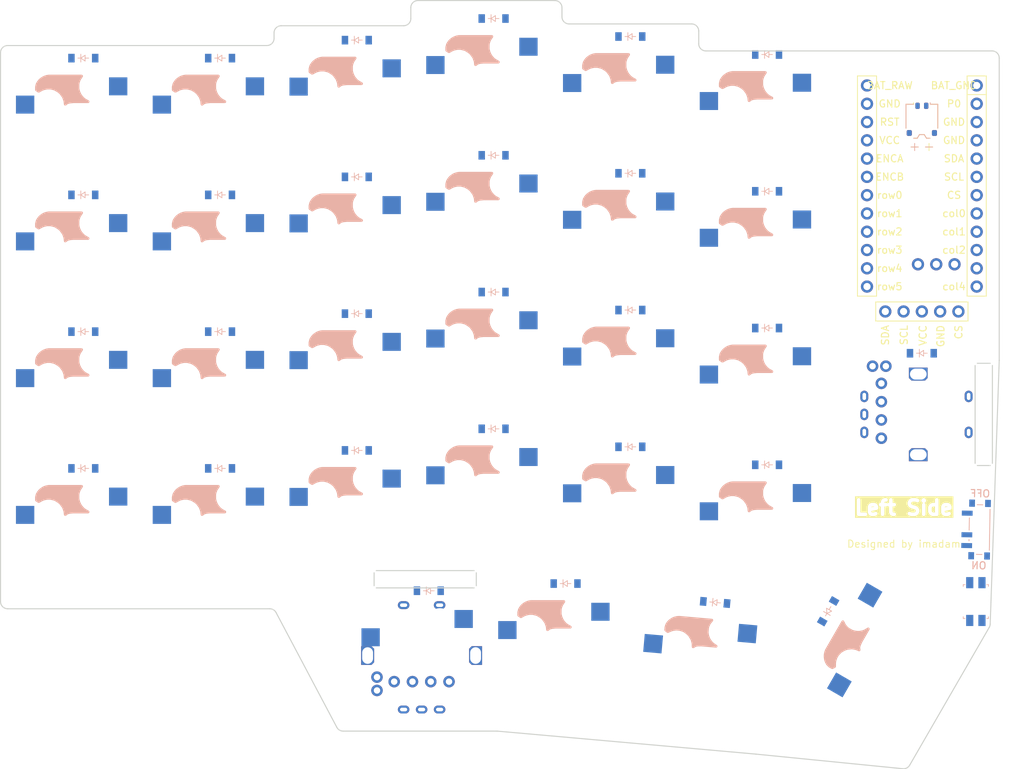
<source format=kicad_pcb>
(kicad_pcb (version 20240108) (generator "ergogen") (generator_version "4.1.0")
  (title_block (title "left") (date "2025-03-31") (rev "v1.0.0") (company "Unknown"))
  (layers (0 "F.Cu" signal) (31 "B.Cu" signal) (34 "B.Paste" user) (35 "F.Paste" user) (36 "B.SilkS" user "B.Silkscreen") (37 "F.SilkS" user "F.Silkscreen") (38 "B.Mask" user) (39 "F.Mask" user) (44 "Edge.Cuts" user))
  (net 0 "")
  (net 1 "col0")
  (net 2 "outer_bottom")
  (net 3 "GND")
  (net 4 "D1")
  (net 5 "D2")
  (net 6 "outer_home")
  (net 7 "outer_top")
  (net 8 "outer_num")
  (net 9 "col1")
  (net 10 "pinky_bottom")
  (net 11 "pinky_home")
  (net 12 "pinky_top")
  (net 13 "pinky_num")
  (net 14 "col2")
  (net 15 "ring_bottom")
  (net 16 "ring_home")
  (net 17 "ring_top")
  (net 18 "ring_num")
  (net 19 "col3")
  (net 20 "middle_bottom")
  (net 21 "middle_home")
  (net 22 "middle_top")
  (net 23 "middle_num")
  (net 24 "col4")
  (net 25 "index_bottom")
  (net 26 "index_home")
  (net 27 "index_top")
  (net 28 "index_num")
  (net 29 "col5")
  (net 30 "inner_bottom")
  (net 31 "inner_home")
  (net 32 "inner_top")
  (net 33 "inner_num")
  (net 34 "home_cluster")
  (net 35 "layer_cluster")
  (net 36 "space_cluster")
  (net 37 "inner_cluster")
  (net 38 "row3")
  (net 39 "row2")
  (net 40 "row1")
  (net 41 "row0")
  (net 42 "row4")
  (net 43 "scrollwheel_enc")
  (net 44 "ENCA")
  (net 45 "undef")
  (net 46 "ENCB")
  (net 47 "ENCC")
  (net 48 "ENCD")
  (net 49 "UNDEF")
  (net 50 "BAT_RAW")
  (net 51 "RST")
  (net 52 "VCC")
  (net 53 "row5")
  (net 54 "BAT_GND")
  (net 55 "P0")
  (net 56 "SDA")
  (net 57 "SCL")
  (net 58 "CS")
  (net 59 "P107")
  (net 60 "MCU1_24")
  (net 61 "MCU1_1")
  (net 62 "MCU1_23")
  (net 63 "MCU1_2")
  (net 64 "MCU1_22")
  (net 65 "MCU1_3")
  (net 66 "MCU1_21")
  (net 67 "MCU1_4")
  (net 68 "MCU1_20")
  (net 69 "MCU1_5")
  (net 70 "MCU1_19")
  (net 71 "MCU1_6")
  (net 72 "MCU1_18")
  (net 73 "MCU1_7")
  (net 74 "MCU1_17")
  (net 75 "MCU1_8")
  (net 76 "MCU1_16")
  (net 77 "MCU1_9")
  (net 78 "MCU1_15")
  (net 79 "MCU1_10")
  (net 80 "MCU1_14")
  (net 81 "MCU1_11")
  (net 82 "MCU1_13")
  (net 83 "MCU1_12")
  (net 84 "DISP1_1")
  (net 85 "DISP1_2")
  (net 86 "DISP1_4")
  (net 87 "DISP1_5")
  (net 88 "ON_P")
  (footprint "ceoloide:switch_mx" (layer "B.Cu") (at 50 131 0)
    (property "Reference" "S1" hide)
    (pad "" np_thru_hole circle (at 0 0 0) (size 4.1 4.1) (drill 4.1) (layers "*.Cu" "*.Mask"))
    (pad "" np_thru_hole circle (at 5.08 0 0) (size 1.9 1.9) (drill 1.9) (layers "*.Cu" "*.Mask"))
    (pad "" np_thru_hole circle (at -5.08 0 0) (size 1.9 1.9) (drill 1.9) (layers "*.Cu" "*.Mask"))
    (pad "" np_thru_hole circle (at 2.54 -5.08 180) (size 3 3) (drill 3) (layers "F&B.Cu" "*.Mask"))
    (pad "" np_thru_hole circle (at -3.81 -2.54 180) (size 3 3) (drill 3) (layers "F&B.Cu" "*.Mask"))
    (pad "1" smd rect (at -7.085 -2.54 0) (size 2.55 2.5) (layers "B.Cu" "B.Paste" "B.Mask") (net 1 "col0"))
    (pad "2" smd rect (at 5.842 -5.08 0) (size 2.55 2.5) (layers "B.Cu" "B.Paste" "B.Mask") (net 2 "outer_bottom"))
  )
  (footprint "ceoloide:switch_mx" (layer "B.Cu") (at 50 112 0)
    (property "Reference" "S2" hide)
    (pad "" np_thru_hole circle (at 0 0 0) (size 4.1 4.1) (drill 4.1) (layers "*.Cu" "*.Mask"))
    (pad "" np_thru_hole circle (at 5.08 0 0) (size 1.9 1.9) (drill 1.9) (layers "*.Cu" "*.Mask"))
    (pad "" np_thru_hole circle (at -5.08 0 0) (size 1.9 1.9) (drill 1.9) (layers "*.Cu" "*.Mask"))
    (pad "" np_thru_hole circle (at 2.54 -5.08 180) (size 3 3) (drill 3) (layers "F&B.Cu" "*.Mask"))
    (pad "" np_thru_hole circle (at -3.81 -2.54 180) (size 3 3) (drill 3) (layers "F&B.Cu" "*.Mask"))
    (pad "1" smd rect (at -7.085 -2.54 0) (size 2.55 2.5) (layers "B.Cu" "B.Paste" "B.Mask") (net 1 "col0"))
    (pad "2" smd rect (at 5.842 -5.08 0) (size 2.55 2.5) (layers "B.Cu" "B.Paste" "B.Mask") (net 6 "outer_home"))
  )
  (footprint "ceoloide:switch_mx" (layer "B.Cu") (at 50 93 0)
    (property "Reference" "S3" hide)
    (pad "" np_thru_hole circle (at 0 0 0) (size 4.1 4.1) (drill 4.1) (layers "*.Cu" "*.Mask"))
    (pad "" np_thru_hole circle (at 5.08 0 0) (size 1.9 1.9) (drill 1.9) (layers "*.Cu" "*.Mask"))
    (pad "" np_thru_hole circle (at -5.08 0 0) (size 1.9 1.9) (drill 1.9) (layers "*.Cu" "*.Mask"))
    (pad "" np_thru_hole circle (at 2.54 -5.08 180) (size 3 3) (drill 3) (layers "F&B.Cu" "*.Mask"))
    (pad "" np_thru_hole circle (at -3.81 -2.54 180) (size 3 3) (drill 3) (layers "F&B.Cu" "*.Mask"))
    (pad "1" smd rect (at -7.085 -2.54 0) (size 2.55 2.5) (layers "B.Cu" "B.Paste" "B.Mask") (net 1 "col0"))
    (pad "2" smd rect (at 5.842 -5.08 0) (size 2.55 2.5) (layers "B.Cu" "B.Paste" "B.Mask") (net 7 "outer_top"))
  )
  (footprint "ceoloide:switch_mx" (layer "B.Cu") (at 50 74 0)
    (property "Reference" "S4" hide)
    (pad "" np_thru_hole circle (at 0 0 0) (size 4.1 4.1) (drill 4.1) (layers "*.Cu" "*.Mask"))
    (pad "" np_thru_hole circle (at 5.08 0 0) (size 1.9 1.9) (drill 1.9) (layers "*.Cu" "*.Mask"))
    (pad "" np_thru_hole circle (at -5.08 0 0) (size 1.9 1.9) (drill 1.9) (layers "*.Cu" "*.Mask"))
    (pad "" np_thru_hole circle (at 2.54 -5.08 180) (size 3 3) (drill 3) (layers "F&B.Cu" "*.Mask"))
    (pad "" np_thru_hole circle (at -3.81 -2.54 180) (size 3 3) (drill 3) (layers "F&B.Cu" "*.Mask"))
    (pad "1" smd rect (at -7.085 -2.54 0) (size 2.55 2.5) (layers "B.Cu" "B.Paste" "B.Mask") (net 1 "col0"))
    (pad "2" smd rect (at 5.842 -5.08 0) (size 2.55 2.5) (layers "B.Cu" "B.Paste" "B.Mask") (net 8 "outer_num"))
  )
  (footprint "ceoloide:switch_mx" (layer "B.Cu") (at 69 131 0)
    (property "Reference" "S5" hide)
    (pad "" np_thru_hole circle (at 0 0 0) (size 4.1 4.1) (drill 4.1) (layers "*.Cu" "*.Mask"))
    (pad "" np_thru_hole circle (at 5.08 0 0) (size 1.9 1.9) (drill 1.9) (layers "*.Cu" "*.Mask"))
    (pad "" np_thru_hole circle (at -5.08 0 0) (size 1.9 1.9) (drill 1.9) (layers "*.Cu" "*.Mask"))
    (pad "" np_thru_hole circle (at 2.54 -5.08 180) (size 3 3) (drill 3) (layers "F&B.Cu" "*.Mask"))
    (pad "" np_thru_hole circle (at -3.81 -2.54 180) (size 3 3) (drill 3) (layers "F&B.Cu" "*.Mask"))
    (pad "1" smd rect (at -7.085 -2.54 0) (size 2.55 2.5) (layers "B.Cu" "B.Paste" "B.Mask") (net 9 "col1"))
    (pad "2" smd rect (at 5.842 -5.08 0) (size 2.55 2.5) (layers "B.Cu" "B.Paste" "B.Mask") (net 10 "pinky_bottom"))
  )
  (footprint "ceoloide:switch_mx" (layer "B.Cu") (at 69 112 0)
    (property "Reference" "S6" hide)
    (pad "" np_thru_hole circle (at 0 0 0) (size 4.1 4.1) (drill 4.1) (layers "*.Cu" "*.Mask"))
    (pad "" np_thru_hole circle (at 5.08 0 0) (size 1.9 1.9) (drill 1.9) (layers "*.Cu" "*.Mask"))
    (pad "" np_thru_hole circle (at -5.08 0 0) (size 1.9 1.9) (drill 1.9) (layers "*.Cu" "*.Mask"))
    (pad "" np_thru_hole circle (at 2.54 -5.08 180) (size 3 3) (drill 3) (layers "F&B.Cu" "*.Mask"))
    (pad "" np_thru_hole circle (at -3.81 -2.54 180) (size 3 3) (drill 3) (layers "F&B.Cu" "*.Mask"))
    (pad "1" smd rect (at -7.085 -2.54 0) (size 2.55 2.5) (layers "B.Cu" "B.Paste" "B.Mask") (net 9 "col1"))
    (pad "2" smd rect (at 5.842 -5.08 0) (size 2.55 2.5) (layers "B.Cu" "B.Paste" "B.Mask") (net 11 "pinky_home"))
  )
  (footprint "ceoloide:switch_mx" (layer "B.Cu") (at 69 93 0)
    (property "Reference" "S7" hide)
    (pad "" np_thru_hole circle (at 0 0 0) (size 4.1 4.1) (drill 4.1) (layers "*.Cu" "*.Mask"))
    (pad "" np_thru_hole circle (at 5.08 0 0) (size 1.9 1.9) (drill 1.9) (layers "*.Cu" "*.Mask"))
    (pad "" np_thru_hole circle (at -5.08 0 0) (size 1.9 1.9) (drill 1.9) (layers "*.Cu" "*.Mask"))
    (pad "" np_thru_hole circle (at 2.54 -5.08 180) (size 3 3) (drill 3) (layers "F&B.Cu" "*.Mask"))
    (pad "" np_thru_hole circle (at -3.81 -2.54 180) (size 3 3) (drill 3) (layers "F&B.Cu" "*.Mask"))
    (pad "1" smd rect (at -7.085 -2.54 0) (size 2.55 2.5) (layers "B.Cu" "B.Paste" "B.Mask") (net 9 "col1"))
    (pad "2" smd rect (at 5.842 -5.08 0) (size 2.55 2.5) (layers "B.Cu" "B.Paste" "B.Mask") (net 12 "pinky_top"))
  )
  (footprint "ceoloide:switch_mx" (layer "B.Cu") (at 69 74 0)
    (property "Reference" "S8" hide)
    (pad "" np_thru_hole circle (at 0 0 0) (size 4.1 4.1) (drill 4.1) (layers "*.Cu" "*.Mask"))
    (pad "" np_thru_hole circle (at 5.08 0 0) (size 1.9 1.9) (drill 1.9) (layers "*.Cu" "*.Mask"))
    (pad "" np_thru_hole circle (at -5.08 0 0) (size 1.9 1.9) (drill 1.9) (layers "*.Cu" "*.Mask"))
    (pad "" np_thru_hole circle (at 2.54 -5.08 180) (size 3 3) (drill 3) (layers "F&B.Cu" "*.Mask"))
    (pad "" np_thru_hole circle (at -3.81 -2.54 180) (size 3 3) (drill 3) (layers "F&B.Cu" "*.Mask"))
    (pad "1" smd rect (at -7.085 -2.54 0) (size 2.55 2.5) (layers "B.Cu" "B.Paste" "B.Mask") (net 9 "col1"))
    (pad "2" smd rect (at 5.842 -5.08 0) (size 2.55 2.5) (layers "B.Cu" "B.Paste" "B.Mask") (net 13 "pinky_num"))
  )
  (footprint "ceoloide:switch_mx" (layer "B.Cu") (at 88 128.5 0)
    (property "Reference" "S9" hide)
    (pad "" np_thru_hole circle (at 0 0 0) (size 4.1 4.1) (drill 4.1) (layers "*.Cu" "*.Mask"))
    (pad "" np_thru_hole circle (at 5.08 0 0) (size 1.9 1.9) (drill 1.9) (layers "*.Cu" "*.Mask"))
    (pad "" np_thru_hole circle (at -5.08 0 0) (size 1.9 1.9) (drill 1.9) (layers "*.Cu" "*.Mask"))
    (pad "" np_thru_hole circle (at 2.54 -5.08 180) (size 3 3) (drill 3) (layers "F&B.Cu" "*.Mask"))
    (pad "" np_thru_hole circle (at -3.81 -2.54 180) (size 3 3) (drill 3) (layers "F&B.Cu" "*.Mask"))
    (pad "1" smd rect (at -7.085 -2.54 0) (size 2.55 2.5) (layers "B.Cu" "B.Paste" "B.Mask") (net 14 "col2"))
    (pad "2" smd rect (at 5.842 -5.08 0) (size 2.55 2.5) (layers "B.Cu" "B.Paste" "B.Mask") (net 15 "ring_bottom"))
  )
  (footprint "ceoloide:switch_mx" (layer "B.Cu") (at 88 109.5 0)
    (property "Reference" "S10" hide)
    (pad "" np_thru_hole circle (at 0 0 0) (size 4.1 4.1) (drill 4.1) (layers "*.Cu" "*.Mask"))
    (pad "" np_thru_hole circle (at 5.08 0 0) (size 1.9 1.9) (drill 1.9) (layers "*.Cu" "*.Mask"))
    (pad "" np_thru_hole circle (at -5.08 0 0) (size 1.9 1.9) (drill 1.9) (layers "*.Cu" "*.Mask"))
    (pad "" np_thru_hole circle (at 2.54 -5.08 180) (size 3 3) (drill 3) (layers "F&B.Cu" "*.Mask"))
    (pad "" np_thru_hole circle (at -3.81 -2.54 180) (size 3 3) (drill 3) (layers "F&B.Cu" "*.Mask"))
    (pad "1" smd rect (at -7.085 -2.54 0) (size 2.55 2.5) (layers "B.Cu" "B.Paste" "B.Mask") (net 14 "col2"))
    (pad "2" smd rect (at 5.842 -5.08 0) (size 2.55 2.5) (layers "B.Cu" "B.Paste" "B.Mask") (net 16 "ring_home"))
  )
  (footprint "ceoloide:switch_mx" (layer "B.Cu") (at 88 90.5 0)
    (property "Reference" "S11" hide)
    (pad "" np_thru_hole circle (at 0 0 0) (size 4.1 4.1) (drill 4.1) (layers "*.Cu" "*.Mask"))
    (pad "" np_thru_hole circle (at 5.08 0 0) (size 1.9 1.9) (drill 1.9) (layers "*.Cu" "*.Mask"))
    (pad "" np_thru_hole circle (at -5.08 0 0) (size 1.9 1.9) (drill 1.9) (layers "*.Cu" "*.Mask"))
    (pad "" np_thru_hole circle (at 2.54 -5.08 180) (size 3 3) (drill 3) (layers "F&B.Cu" "*.Mask"))
    (pad "" np_thru_hole circle (at -3.81 -2.54 180) (size 3 3) (drill 3) (layers "F&B.Cu" "*.Mask"))
    (pad "1" smd rect (at -7.085 -2.54 0) (size 2.55 2.5) (layers "B.Cu" "B.Paste" "B.Mask") (net 14 "col2"))
    (pad "2" smd rect (at 5.842 -5.08 0) (size 2.55 2.5) (layers "B.Cu" "B.Paste" "B.Mask") (net 17 "ring_top"))
  )
  (footprint "ceoloide:switch_mx" (layer "B.Cu") (at 88 71.5 0)
    (property "Reference" "S12" hide)
    (pad "" np_thru_hole circle (at 0 0 0) (size 4.1 4.1) (drill 4.1) (layers "*.Cu" "*.Mask"))
    (pad "" np_thru_hole circle (at 5.08 0 0) (size 1.9 1.9) (drill 1.9) (layers "*.Cu" "*.Mask"))
    (pad "" np_thru_hole circle (at -5.08 0 0) (size 1.9 1.9) (drill 1.9) (layers "*.Cu" "*.Mask"))
    (pad "" np_thru_hole circle (at 2.54 -5.08 180) (size 3 3) (drill 3) (layers "F&B.Cu" "*.Mask"))
    (pad "" np_thru_hole circle (at -3.81 -2.54 180) (size 3 3) (drill 3) (layers "F&B.Cu" "*.Mask"))
    (pad "1" smd rect (at -7.085 -2.54 0) (size 2.55 2.5) (layers "B.Cu" "B.Paste" "B.Mask") (net 14 "col2"))
    (pad "2" smd rect (at 5.842 -5.08 0) (size 2.55 2.5) (layers "B.Cu" "B.Paste" "B.Mask") (net 18 "ring_num"))
  )
  (footprint "ceoloide:switch_mx" (layer "B.Cu") (at 107 125.5 0)
    (property "Reference" "S13" hide)
    (pad "" np_thru_hole circle (at 0 0 0) (size 4.1 4.1) (drill 4.1) (layers "*.Cu" "*.Mask"))
    (pad "" np_thru_hole circle (at 5.08 0 0) (size 1.9 1.9) (drill 1.9) (layers "*.Cu" "*.Mask"))
    (pad "" np_thru_hole circle (at -5.08 0 0) (size 1.9 1.9) (drill 1.9) (layers "*.Cu" "*.Mask"))
    (pad "" np_thru_hole circle (at 2.54 -5.08 180) (size 3 3) (drill 3) (layers "F&B.Cu" "*.Mask"))
    (pad "" np_thru_hole circle (at -3.81 -2.54 180) (size 3 3) (drill 3) (layers "F&B.Cu" "*.Mask"))
    (pad "1" smd rect (at -7.085 -2.54 0) (size 2.55 2.5) (layers "B.Cu" "B.Paste" "B.Mask") (net 19 "col3"))
    (pad "2" smd rect (at 5.842 -5.08 0) (size 2.55 2.5) (layers "B.Cu" "B.Paste" "B.Mask") (net 20 "middle_bottom"))
  )
  (footprint "ceoloide:switch_mx" (layer "B.Cu") (at 107 106.5 0)
    (property "Reference" "S14" hide)
    (pad "" np_thru_hole circle (at 0 0 0) (size 4.1 4.1) (drill 4.1) (layers "*.Cu" "*.Mask"))
    (pad "" np_thru_hole circle (at 5.08 0 0) (size 1.9 1.9) (drill 1.9) (layers "*.Cu" "*.Mask"))
    (pad "" np_thru_hole circle (at -5.08 0 0) (size 1.9 1.9) (drill 1.9) (layers "*.Cu" "*.Mask"))
    (pad "" np_thru_hole circle (at 2.54 -5.08 180) (size 3 3) (drill 3) (layers "F&B.Cu" "*.Mask"))
    (pad "" np_thru_hole circle (at -3.81 -2.54 180) (size 3 3) (drill 3) (layers "F&B.Cu" "*.Mask"))
    (pad "1" smd rect (at -7.085 -2.54 0) (size 2.55 2.5) (layers "B.Cu" "B.Paste" "B.Mask") (net 19 "col3"))
    (pad "2" smd rect (at 5.842 -5.08 0) (size 2.55 2.5) (layers "B.Cu" "B.Paste" "B.Mask") (net 21 "middle_home"))
  )
  (footprint "ceoloide:switch_mx" (layer "B.Cu") (at 107 87.5 0)
    (property "Reference" "S15" hide)
    (pad "" np_thru_hole circle (at 0 0 0) (size 4.1 4.1) (drill 4.1) (layers "*.Cu" "*.Mask"))
    (pad "" np_thru_hole circle (at 5.08 0 0) (size 1.9 1.9) (drill 1.9) (layers "*.Cu" "*.Mask"))
    (pad "" np_thru_hole circle (at -5.08 0 0) (size 1.9 1.9) (drill 1.9) (layers "*.Cu" "*.Mask"))
    (pad "" np_thru_hole circle (at 2.54 -5.08 180) (size 3 3) (drill 3) (layers "F&B.Cu" "*.Mask"))
    (pad "" np_thru_hole circle (at -3.81 -2.54 180) (size 3 3) (drill 3) (layers "F&B.Cu" "*.Mask"))
    (pad "1" smd rect (at -7.085 -2.54 0) (size 2.55 2.5) (layers "B.Cu" "B.Paste" "B.Mask") (net 19 "col3"))
    (pad "2" smd rect (at 5.842 -5.08 0) (size 2.55 2.5) (layers "B.Cu" "B.Paste" "B.Mask") (net 22 "middle_top"))
  )
  (footprint "ceoloide:switch_mx" (layer "B.Cu") (at 107 68.5 0)
    (property "Reference" "S16" hide)
    (pad "" np_thru_hole circle (at 0 0 0) (size 4.1 4.1) (drill 4.1) (layers "*.Cu" "*.Mask"))
    (pad "" np_thru_hole circle (at 5.08 0 0) (size 1.9 1.9) (drill 1.9) (layers "*.Cu" "*.Mask"))
    (pad "" np_thru_hole circle (at -5.08 0 0) (size 1.9 1.9) (drill 1.9) (layers "*.Cu" "*.Mask"))
    (pad "" np_thru_hole circle (at 2.54 -5.08 180) (size 3 3) (drill 3) (layers "F&B.Cu" "*.Mask"))
    (pad "" np_thru_hole circle (at -3.81 -2.54 180) (size 3 3) (drill 3) (layers "F&B.Cu" "*.Mask"))
    (pad "1" smd rect (at -7.085 -2.54 0) (size 2.55 2.5) (layers "B.Cu" "B.Paste" "B.Mask") (net 19 "col3"))
    (pad "2" smd rect (at 5.842 -5.08 0) (size 2.55 2.5) (layers "B.Cu" "B.Paste" "B.Mask") (net 23 "middle_num"))
  )
  (footprint "ceoloide:switch_mx" (layer "B.Cu") (at 126 128 0)
    (property "Reference" "S17" hide)
    (pad "" np_thru_hole circle (at 0 0 0) (size 4.1 4.1) (drill 4.1) (layers "*.Cu" "*.Mask"))
    (pad "" np_thru_hole circle (at 5.08 0 0) (size 1.9 1.9) (drill 1.9) (layers "*.Cu" "*.Mask"))
    (pad "" np_thru_hole circle (at -5.08 0 0) (size 1.9 1.9) (drill 1.9) (layers "*.Cu" "*.Mask"))
    (pad "" np_thru_hole circle (at 2.54 -5.08 180) (size 3 3) (drill 3) (layers "F&B.Cu" "*.Mask"))
    (pad "" np_thru_hole circle (at -3.81 -2.54 180) (size 3 3) (drill 3) (layers "F&B.Cu" "*.Mask"))
    (pad "1" smd rect (at -7.085 -2.54 0) (size 2.55 2.5) (layers "B.Cu" "B.Paste" "B.Mask") (net 24 "col4"))
    (pad "2" smd rect (at 5.842 -5.08 0) (size 2.55 2.5) (layers "B.Cu" "B.Paste" "B.Mask") (net 25 "index_bottom"))
  )
  (footprint "ceoloide:switch_mx" (layer "B.Cu") (at 126 109 0)
    (property "Reference" "S18" hide)
    (pad "" np_thru_hole circle (at 0 0 0) (size 4.1 4.1) (drill 4.1) (layers "*.Cu" "*.Mask"))
    (pad "" np_thru_hole circle (at 5.08 0 0) (size 1.9 1.9) (drill 1.9) (layers "*.Cu" "*.Mask"))
    (pad "" np_thru_hole circle (at -5.08 0 0) (size 1.9 1.9) (drill 1.9) (layers "*.Cu" "*.Mask"))
    (pad "" np_thru_hole circle (at 2.54 -5.08 180) (size 3 3) (drill 3) (layers "F&B.Cu" "*.Mask"))
    (pad "" np_thru_hole circle (at -3.81 -2.54 180) (size 3 3) (drill 3) (layers "F&B.Cu" "*.Mask"))
    (pad "1" smd rect (at -7.085 -2.54 0) (size 2.55 2.5) (layers "B.Cu" "B.Paste" "B.Mask") (net 24 "col4"))
    (pad "2" smd rect (at 5.842 -5.08 0) (size 2.55 2.5) (layers "B.Cu" "B.Paste" "B.Mask") (net 26 "index_home"))
  )
  (footprint "ceoloide:switch_mx" (layer "B.Cu") (at 126 90 0)
    (property "Reference" "S19" hide)
    (pad "" np_thru_hole circle (at 0 0 0) (size 4.1 4.1) (drill 4.1) (layers "*.Cu" "*.Mask"))
    (pad "" np_thru_hole circle (at 5.08 0 0) (size 1.9 1.9) (drill 1.9) (layers "*.Cu" "*.Mask"))
    (pad "" np_thru_hole circle (at -5.08 0 0) (size 1.9 1.9) (drill 1.9) (layers "*.Cu" "*.Mask"))
    (pad "" np_thru_hole circle (at 2.54 -5.08 180) (size 3 3) (drill 3) (layers "F&B.Cu" "*.Mask"))
    (pad "" np_thru_hole circle (at -3.81 -2.54 180) (size 3 3) (drill 3) (layers "F&B.Cu" "*.Mask"))
    (pad "1" smd rect (at -7.085 -2.54 0) (size 2.55 2.5) (layers "B.Cu" "B.Paste" "B.Mask") (net 24 "col4"))
    (pad "2" smd rect (at 5.842 -5.08 0) (size 2.55 2.5) (layers "B.Cu" "B.Paste" "B.Mask") (net 27 "index_top"))
  )
  (footprint "ceoloide:switch_mx" (layer "B.Cu") (at 126 71 0)
    (property "Reference" "S20" hide)
    (pad "" np_thru_hole circle (at 0 0 0) (size 4.1 4.1) (drill 4.1) (layers "*.Cu" "*.Mask"))
    (pad "" np_thru_hole circle (at 5.08 0 0) (size 1.9 1.9) (drill 1.9) (layers "*.Cu" "*.Mask"))
    (pad "" np_thru_hole circle (at -5.08 0 0) (size 1.9 1.9) (drill 1.9) (layers "*.Cu" "*.Mask"))
    (pad "" np_thru_hole circle (at 2.54 -5.08 180) (size 3 3) (drill 3) (layers "F&B.Cu" "*.Mask"))
    (pad "" np_thru_hole circle (at -3.81 -2.54 180) (size 3 3) (drill 3) (layers "F&B.Cu" "*.Mask"))
    (pad "1" smd rect (at -7.085 -2.54 0) (size 2.55 2.5) (layers "B.Cu" "B.Paste" "B.Mask") (net 24 "col4"))
    (pad "2" smd rect (at 5.842 -5.08 0) (size 2.55 2.5) (layers "B.Cu" "B.Paste" "B.Mask") (net 28 "index_num"))
  )
  (footprint "ceoloide:switch_mx" (layer "B.Cu") (at 145 130.5 0)
    (property "Reference" "S21" hide)
    (pad "" np_thru_hole circle (at 0 0 0) (size 4.1 4.1) (drill 4.1) (layers "*.Cu" "*.Mask"))
    (pad "" np_thru_hole circle (at 5.08 0 0) (size 1.9 1.9) (drill 1.9) (layers "*.Cu" "*.Mask"))
    (pad "" np_thru_hole circle (at -5.08 0 0) (size 1.9 1.9) (drill 1.9) (layers "*.Cu" "*.Mask"))
    (pad "" np_thru_hole circle (at 2.54 -5.08 180) (size 3 3) (drill 3) (layers "F&B.Cu" "*.Mask"))
    (pad "" np_thru_hole circle (at -3.81 -2.54 180) (size 3 3) (drill 3) (layers "F&B.Cu" "*.Mask"))
    (pad "1" smd rect (at -7.085 -2.54 0) (size 2.55 2.5) (layers "B.Cu" "B.Paste" "B.Mask") (net 29 "col5"))
    (pad "2" smd rect (at 5.842 -5.08 0) (size 2.55 2.5) (layers "B.Cu" "B.Paste" "B.Mask") (net 30 "inner_bottom"))
  )
  (footprint "ceoloide:switch_mx" (layer "B.Cu") (at 145 111.5 0)
    (property "Reference" "S22" hide)
    (pad "" np_thru_hole circle (at 0 0 0) (size 4.1 4.1) (drill 4.1) (layers "*.Cu" "*.Mask"))
    (pad "" np_thru_hole circle (at 5.08 0 0) (size 1.9 1.9) (drill 1.9) (layers "*.Cu" "*.Mask"))
    (pad "" np_thru_hole circle (at -5.08 0 0) (size 1.9 1.9) (drill 1.9) (layers "*.Cu" "*.Mask"))
    (pad "" np_thru_hole circle (at 2.54 -5.08 180) (size 3 3) (drill 3) (layers "F&B.Cu" "*.Mask"))
    (pad "" np_thru_hole circle (at -3.81 -2.54 180) (size 3 3) (drill 3) (layers "F&B.Cu" "*.Mask"))
    (pad "1" smd rect (at -7.085 -2.54 0) (size 2.55 2.5) (layers "B.Cu" "B.Paste" "B.Mask") (net 29 "col5"))
    (pad "2" smd rect (at 5.842 -5.08 0) (size 2.55 2.5) (layers "B.Cu" "B.Paste" "B.Mask") (net 31 "inner_home"))
  )
  (footprint "ceoloide:switch_mx" (layer "B.Cu") (at 145 92.5 0)
    (property "Reference" "S23" hide)
    (pad "" np_thru_hole circle (at 0 0 0) (size 4.1 4.1) (drill 4.1) (layers "*.Cu" "*.Mask"))
    (pad "" np_thru_hole circle (at 5.08 0 0) (size 1.9 1.9) (drill 1.9) (layers "*.Cu" "*.Mask"))
    (pad "" np_thru_hole circle (at -5.08 0 0) (size 1.9 1.9) (drill 1.9) (layers "*.Cu" "*.Mask"))
    (pad "" np_thru_hole circle (at 2.54 -5.08 180) (size 3 3) (drill 3) (layers "F&B.Cu" "*.Mask"))
    (pad "" np_thru_hole circle (at -3.81 -2.54 180) (size 3 3) (drill 3) (layers "F&B.Cu" "*.Mask"))
    (pad "1" smd rect (at -7.085 -2.54 0) (size 2.55 2.5) (layers "B.Cu" "B.Paste" "B.Mask") (net 29 "col5"))
    (pad "2" smd rect (at 5.842 -5.08 0) (size 2.55 2.5) (layers "B.Cu" "B.Paste" "B.Mask") (net 32 "inner_top"))
  )
  (footprint "ceoloide:switch_mx" (layer "B.Cu") (at 145 73.5 0)
    (property "Reference" "S24" hide)
    (pad "" np_thru_hole circle (at 0 0 0) (size 4.1 4.1) (drill 4.1) (layers "*.Cu" "*.Mask"))
    (pad "" np_thru_hole circle (at 5.08 0 0) (size 1.9 1.9) (drill 1.9) (layers "*.Cu" "*.Mask"))
    (pad "" np_thru_hole circle (at -5.08 0 0) (size 1.9 1.9) (drill 1.9) (layers "*.Cu" "*.Mask"))
    (pad "" np_thru_hole circle (at 2.54 -5.08 180) (size 3 3) (drill 3) (layers "F&B.Cu" "*.Mask"))
    (pad "" np_thru_hole circle (at -3.81 -2.54 180) (size 3 3) (drill 3) (layers "F&B.Cu" "*.Mask"))
    (pad "1" smd rect (at -7.085 -2.54 0) (size 2.55 2.5) (layers "B.Cu" "B.Paste" "B.Mask") (net 29 "col5"))
    (pad "2" smd rect (at 5.842 -5.08 0) (size 2.55 2.5) (layers "B.Cu" "B.Paste" "B.Mask") (net 33 "inner_num"))
  )
  (footprint "ceoloide:switch_mx" (layer "B.Cu") (at 117 147 0)
    (property "Reference" "S25" hide)
    (pad "" np_thru_hole circle (at 0 0 0) (size 4.1 4.1) (drill 4.1) (layers "*.Cu" "*.Mask"))
    (pad "" np_thru_hole circle (at 5.08 0 0) (size 1.9 1.9) (drill 1.9) (layers "*.Cu" "*.Mask"))
    (pad "" np_thru_hole circle (at -5.08 0 0) (size 1.9 1.9) (drill 1.9) (layers "*.Cu" "*.Mask"))
    (pad "" np_thru_hole circle (at 2.54 -5.08 180) (size 3 3) (drill 3) (layers "F&B.Cu" "*.Mask"))
    (pad "" np_thru_hole circle (at -3.81 -2.54 180) (size 3 3) (drill 3) (layers "F&B.Cu" "*.Mask"))
    (pad "1" smd rect (at -7.085 -2.54 0) (size 2.55 2.5) (layers "B.Cu" "B.Paste" "B.Mask") (net 19 "col3"))
    (pad "2" smd rect (at 5.842 -5.08 0) (size 2.55 2.5) (layers "B.Cu" "B.Paste" "B.Mask") (net 34 "home_cluster"))
  )
  (footprint "ceoloide:switch_mx" (layer "B.Cu") (at 137 149.5 -5)
    (property "Reference" "S26" hide)
    (pad "" np_thru_hole circle (at 0 0 -5) (size 4.1 4.1) (drill 4.1) (layers "*.Cu" "*.Mask"))
    (pad "" np_thru_hole circle (at 5.08 0 -5) (size 1.9 1.9) (drill 1.9) (layers "*.Cu" "*.Mask"))
    (pad "" np_thru_hole circle (at -5.08 0 -5) (size 1.9 1.9) (drill 1.9) (layers "*.Cu" "*.Mask"))
    (pad "" np_thru_hole circle (at 2.54 -5.08 180) (size 3 3) (drill 3) (layers "F&B.Cu" "*.Mask"))
    (pad "" np_thru_hole circle (at -3.81 -2.54 180) (size 3 3) (drill 3) (layers "F&B.Cu" "*.Mask"))
    (pad "1" smd rect (at -7.085 -2.54 -5) (size 2.55 2.5) (layers "B.Cu" "B.Paste" "B.Mask") (net 24 "col4"))
    (pad "2" smd rect (at 5.842 -5.08 -5) (size 2.55 2.5) (layers "B.Cu" "B.Paste" "B.Mask") (net 35 "layer_cluster"))
  )
  (footprint "ceoloide:switch_mx" (layer "B.Cu") (at 161.777353 147.2132953 60)
    (property "Reference" "S27" hide)
    (pad "" np_thru_hole circle (at 0 0 60) (size 4.1 4.1) (drill 4.1) (layers "*.Cu" "*.Mask"))
    (pad "" np_thru_hole circle (at 5.08 0 60) (size 1.9 1.9) (drill 1.9) (layers "*.Cu" "*.Mask"))
    (pad "" np_thru_hole circle (at -5.08 0 60) (size 1.9 1.9) (drill 1.9) (layers "*.Cu" "*.Mask"))
    (pad "" np_thru_hole circle (at 2.54 -5.08 180) (size 3 3) (drill 3) (layers "F&B.Cu" "*.Mask"))
    (pad "" np_thru_hole circle (at -3.81 -2.54 180) (size 3 3) (drill 3) (layers "F&B.Cu" "*.Mask"))
    (pad "1" smd rect (at -7.085 -2.54 60) (size 2.55 2.5) (layers "B.Cu" "B.Paste" "B.Mask") (net 29 "col5"))
    (pad "2" smd rect (at 5.842 -5.08 60) (size 2.55 2.5) (layers "B.Cu" "B.Paste" "B.Mask") (net 36 "space_cluster"))
  )
  (footprint "ceoloide:switch_mx" (layer "B.Cu") (at 98 148 0)
    (property "Reference" "S28" hide)
    (pad "" np_thru_hole circle (at 0 0 0) (size 4.1 4.1) (drill 4.1) (layers "*.Cu" "*.Mask"))
    (pad "" np_thru_hole circle (at 5.08 0 0) (size 1.9 1.9) (drill 1.9) (layers "*.Cu" "*.Mask"))
    (pad "" np_thru_hole circle (at -5.08 0 0) (size 1.9 1.9) (drill 1.9) (layers "*.Cu" "*.Mask"))
    (pad "" np_thru_hole circle (at 2.54 -5.08 180) (size 3 3) (drill 3) (layers "F&B.Cu" "*.Mask"))
    (pad "" np_thru_hole circle (at -3.81 -2.54 180) (size 3 3) (drill 3) (layers "F&B.Cu" "*.Mask"))
    (pad "1" smd rect (at -7.085 -2.54 0) (size 2.55 2.5) (layers "B.Cu" "B.Paste" "B.Mask") (net 14 "col2"))
    (pad "2" smd rect (at 5.842 -5.08 0) (size 2.55 2.5) (layers "B.Cu" "B.Paste" "B.Mask") (net 37 "inner_cluster"))
  )
  (footprint "ceoloide:diode_tht_sod123" (layer "B.Cu") (at 51 122 0)
    (property "Reference" "D1" hide)
    (pad "1" smd rect (at -1.65 0 0) (size 0.9 1.2) (layers "B.Cu" "B.Paste" "B.Mask") (net 38 "row3"))
    (pad "2" smd rect (at 1.65 0 0) (size 0.9 1.2) (layers "B.Cu" "B.Paste" "B.Mask") (net 2 "outer_bottom"))
  )
  (footprint "ceoloide:diode_tht_sod123" (layer "B.Cu") (at 51 103 0)
    (property "Reference" "D2" hide)
    (pad "1" smd rect (at -1.65 0 0) (size 0.9 1.2) (layers "B.Cu" "B.Paste" "B.Mask") (net 39 "row2"))
    (pad "2" smd rect (at 1.65 0 0) (size 0.9 1.2) (layers "B.Cu" "B.Paste" "B.Mask") (net 6 "outer_home"))
  )
  (footprint "ceoloide:diode_tht_sod123" (layer "B.Cu") (at 51 84 0)
    (property "Reference" "D3" hide)
    (pad "1" smd rect (at -1.65 0 0) (size 0.9 1.2) (layers "B.Cu" "B.Paste" "B.Mask") (net 40 "row1"))
    (pad "2" smd rect (at 1.65 0 0) (size 0.9 1.2) (layers "B.Cu" "B.Paste" "B.Mask") (net 7 "outer_top"))
  )
  (footprint "ceoloide:diode_tht_sod123" (layer "B.Cu") (at 51 65 0)
    (property "Reference" "D4" hide)
    (pad "1" smd rect (at -1.65 0 0) (size 0.9 1.2) (layers "B.Cu" "B.Paste" "B.Mask") (net 41 "row0"))
    (pad "2" smd rect (at 1.65 0 0) (size 0.9 1.2) (layers "B.Cu" "B.Paste" "B.Mask") (net 8 "outer_num"))
  )
  (footprint "ceoloide:diode_tht_sod123" (layer "B.Cu") (at 70 122 0)
    (property "Reference" "D5" hide)
    (pad "1" smd rect (at -1.65 0 0) (size 0.9 1.2) (layers "B.Cu" "B.Paste" "B.Mask") (net 38 "row3"))
    (pad "2" smd rect (at 1.65 0 0) (size 0.9 1.2) (layers "B.Cu" "B.Paste" "B.Mask") (net 10 "pinky_bottom"))
  )
  (footprint "ceoloide:diode_tht_sod123" (layer "B.Cu") (at 70 103 0)
    (property "Reference" "D6" hide)
    (pad "1" smd rect (at -1.65 0 0) (size 0.9 1.2) (layers "B.Cu" "B.Paste" "B.Mask") (net 39 "row2"))
    (pad "2" smd rect (at 1.65 0 0) (size 0.9 1.2) (layers "B.Cu" "B.Paste" "B.Mask") (net 11 "pinky_home"))
  )
  (footprint "ceoloide:diode_tht_sod123" (layer "B.Cu") (at 70 84 0)
    (property "Reference" "D7" hide)
    (pad "1" smd rect (at -1.65 0 0) (size 0.9 1.2) (layers "B.Cu" "B.Paste" "B.Mask") (net 40 "row1"))
    (pad "2" smd rect (at 1.65 0 0) (size 0.9 1.2) (layers "B.Cu" "B.Paste" "B.Mask") (net 12 "pinky_top"))
  )
  (footprint "ceoloide:diode_tht_sod123" (layer "B.Cu") (at 70 65 0)
    (property "Reference" "D8" hide)
    (pad "1" smd rect (at -1.65 0 0) (size 0.9 1.2) (layers "B.Cu" "B.Paste" "B.Mask") (net 41 "row0"))
    (pad "2" smd rect (at 1.65 0 0) (size 0.9 1.2) (layers "B.Cu" "B.Paste" "B.Mask") (net 13 "pinky_num"))
  )
  (footprint "ceoloide:diode_tht_sod123" (layer "B.Cu") (at 89 119.5 0)
    (property "Reference" "D9" hide)
    (pad "1" smd rect (at -1.65 0 0) (size 0.9 1.2) (layers "B.Cu" "B.Paste" "B.Mask") (net 38 "row3"))
    (pad "2" smd rect (at 1.65 0 0) (size 0.9 1.2) (layers "B.Cu" "B.Paste" "B.Mask") (net 15 "ring_bottom"))
  )
  (footprint "ceoloide:diode_tht_sod123" (layer "B.Cu") (at 89 100.5 0)
    (property "Reference" "D10" hide)
    (pad "1" smd rect (at -1.65 0 0) (size 0.9 1.2) (layers "B.Cu" "B.Paste" "B.Mask") (net 39 "row2"))
    (pad "2" smd rect (at 1.65 0 0) (size 0.9 1.2) (layers "B.Cu" "B.Paste" "B.Mask") (net 16 "ring_home"))
  )
  (footprint "ceoloide:diode_tht_sod123" (layer "B.Cu") (at 89 81.5 0)
    (property "Reference" "D11" hide)
    (pad "1" smd rect (at -1.65 0 0) (size 0.9 1.2) (layers "B.Cu" "B.Paste" "B.Mask") (net 40 "row1"))
    (pad "2" smd rect (at 1.65 0 0) (size 0.9 1.2) (layers "B.Cu" "B.Paste" "B.Mask") (net 17 "ring_top"))
  )
  (footprint "ceoloide:diode_tht_sod123" (layer "B.Cu") (at 89 62.5 0)
    (property "Reference" "D12" hide)
    (pad "1" smd rect (at -1.65 0 0) (size 0.9 1.2) (layers "B.Cu" "B.Paste" "B.Mask") (net 41 "row0"))
    (pad "2" smd rect (at 1.65 0 0) (size 0.9 1.2) (layers "B.Cu" "B.Paste" "B.Mask") (net 18 "ring_num"))
  )
  (footprint "ceoloide:diode_tht_sod123" (layer "B.Cu") (at 108 116.5 0)
    (property "Reference" "D13" hide)
    (pad "1" smd rect (at -1.65 0 0) (size 0.9 1.2) (layers "B.Cu" "B.Paste" "B.Mask") (net 38 "row3"))
    (pad "2" smd rect (at 1.65 0 0) (size 0.9 1.2) (layers "B.Cu" "B.Paste" "B.Mask") (net 20 "middle_bottom"))
  )
  (footprint "ceoloide:diode_tht_sod123" (layer "B.Cu") (at 108 97.5 0)
    (property "Reference" "D14" hide)
    (pad "1" smd rect (at -1.65 0 0) (size 0.9 1.2) (layers "B.Cu" "B.Paste" "B.Mask") (net 39 "row2"))
    (pad "2" smd rect (at 1.65 0 0) (size 0.9 1.2) (layers "B.Cu" "B.Paste" "B.Mask") (net 21 "middle_home"))
  )
  (footprint "ceoloide:diode_tht_sod123" (layer "B.Cu") (at 108 78.5 0)
    (property "Reference" "D15" hide)
    (pad "1" smd rect (at -1.65 0 0) (size 0.9 1.2) (layers "B.Cu" "B.Paste" "B.Mask") (net 40 "row1"))
    (pad "2" smd rect (at 1.65 0 0) (size 0.9 1.2) (layers "B.Cu" "B.Paste" "B.Mask") (net 22 "middle_top"))
  )
  (footprint "ceoloide:diode_tht_sod123" (layer "B.Cu") (at 108 59.5 0)
    (property "Reference" "D16" hide)
    (pad "1" smd rect (at -1.65 0 0) (size 0.9 1.2) (layers "B.Cu" "B.Paste" "B.Mask") (net 41 "row0"))
    (pad "2" smd rect (at 1.65 0 0) (size 0.9 1.2) (layers "B.Cu" "B.Paste" "B.Mask") (net 23 "middle_num"))
  )
  (footprint "ceoloide:diode_tht_sod123" (layer "B.Cu") (at 127 119 0)
    (property "Reference" "D17" hide)
    (pad "1" smd rect (at -1.65 0 0) (size 0.9 1.2) (layers "B.Cu" "B.Paste" "B.Mask") (net 38 "row3"))
    (pad "2" smd rect (at 1.65 0 0) (size 0.9 1.2) (layers "B.Cu" "B.Paste" "B.Mask") (net 25 "index_bottom"))
  )
  (footprint "ceoloide:diode_tht_sod123" (layer "B.Cu") (at 127 100 0)
    (property "Reference" "D18" hide)
    (pad "1" smd rect (at -1.65 0 0) (size 0.9 1.2) (layers "B.Cu" "B.Paste" "B.Mask") (net 39 "row2"))
    (pad "2" smd rect (at 1.65 0 0) (size 0.9 1.2) (layers "B.Cu" "B.Paste" "B.Mask") (net 26 "index_home"))
  )
  (footprint "ceoloide:diode_tht_sod123" (layer "B.Cu") (at 127 81 0)
    (property "Reference" "D19" hide)
    (pad "1" smd rect (at -1.65 0 0) (size 0.9 1.2) (layers "B.Cu" "B.Paste" "B.Mask") (net 40 "row1"))
    (pad "2" smd rect (at 1.65 0 0) (size 0.9 1.2) (layers "B.Cu" "B.Paste" "B.Mask") (net 27 "index_top"))
  )
  (footprint "ceoloide:diode_tht_sod123" (layer "B.Cu") (at 127 62 0)
    (property "Reference" "D20" hide)
    (pad "1" smd rect (at -1.65 0 0) (size 0.9 1.2) (layers "B.Cu" "B.Paste" "B.Mask") (net 41 "row0"))
    (pad "2" smd rect (at 1.65 0 0) (size 0.9 1.2) (layers "B.Cu" "B.Paste" "B.Mask") (net 28 "index_num"))
  )
  (footprint "ceoloide:diode_tht_sod123" (layer "B.Cu") (at 146 121.5 0)
    (property "Reference" "D21" hide)
    (pad "1" smd rect (at -1.65 0 0) (size 0.9 1.2) (layers "B.Cu" "B.Paste" "B.Mask") (net 38 "row3"))
    (pad "2" smd rect (at 1.65 0 0) (size 0.9 1.2) (layers "B.Cu" "B.Paste" "B.Mask") (net 30 "inner_bottom"))
  )
  (footprint "ceoloide:diode_tht_sod123" (layer "B.Cu") (at 146 102.5 0)
    (property "Reference" "D22" hide)
    (pad "1" smd rect (at -1.65 0 0) (size 0.9 1.2) (layers "B.Cu" "B.Paste" "B.Mask") (net 39 "row2"))
    (pad "2" smd rect (at 1.65 0 0) (size 0.9 1.2) (layers "B.Cu" "B.Paste" "B.Mask") (net 31 "inner_home"))
  )
  (footprint "ceoloide:diode_tht_sod123" (layer "B.Cu") (at 146 83.5 0)
    (property "Reference" "D23" hide)
    (pad "1" smd rect (at -1.65 0 0) (size 0.9 1.2) (layers "B.Cu" "B.Paste" "B.Mask") (net 40 "row1"))
    (pad "2" smd rect (at 1.65 0 0) (size 0.9 1.2) (layers "B.Cu" "B.Paste" "B.Mask") (net 32 "inner_top"))
  )
  (footprint "ceoloide:diode_tht_sod123" (layer "B.Cu") (at 146 64.5 0)
    (property "Reference" "D24" hide)
    (pad "1" smd rect (at -1.65 0 0) (size 0.9 1.2) (layers "B.Cu" "B.Paste" "B.Mask") (net 41 "row0"))
    (pad "2" smd rect (at 1.65 0 0) (size 0.9 1.2) (layers "B.Cu" "B.Paste" "B.Mask") (net 33 "inner_num"))
  )
  (footprint "ceoloide:diode_tht_sod123" (layer "B.Cu") (at 99 139 0)
    (property "Reference" "D25" hide)
    (pad "1" smd rect (at -1.65 0 0) (size 0.9 1.2) (layers "B.Cu" "B.Paste" "B.Mask") (net 42 "row4"))
    (pad "2" smd rect (at 1.65 0 0) (size 0.9 1.2) (layers "B.Cu" "B.Paste" "B.Mask") (net 37 "inner_cluster"))
  )
  (footprint "ceoloide:diode_tht_sod123" (layer "B.Cu") (at 118 138 0)
    (property "Reference" "D26" hide)
    (pad "1" smd rect (at -1.65 0 0) (size 0.9 1.2) (layers "B.Cu" "B.Paste" "B.Mask") (net 42 "row4"))
    (pad "2" smd rect (at 1.65 0 0) (size 0.9 1.2) (layers "B.Cu" "B.Paste" "B.Mask") (net 34 "home_cluster"))
  )
  (footprint "ceoloide:diode_tht_sod123" (layer "B.Cu") (at 138.7805964 140.62140349999999 -5)
    (property "Reference" "D27" hide)
    (pad "1" smd rect (at -1.65 0 -5) (size 0.9 1.2) (layers "B.Cu" "B.Paste" "B.Mask") (net 42 "row4"))
    (pad "2" smd rect (at 1.65 0 -5) (size 0.9 1.2) (layers "B.Cu" "B.Paste" "B.Mask") (net 35 "layer_cluster"))
  )
  (footprint "ceoloide:diode_tht_sod123" (layer "B.Cu") (at 154.4831244 141.8472699 60)
    (property "Reference" "D28" hide)
    (pad "1" smd rect (at -1.65 0 60) (size 0.9 1.2) (layers "B.Cu" "B.Paste" "B.Mask") (net 42 "row4"))
    (pad "2" smd rect (at 1.65 0 60) (size 0.9 1.2) (layers "B.Cu" "B.Paste" "B.Mask") (net 36 "space_cluster"))
  )
  (module RollerEncoder_Panasonic_EVQWGD001 (layer F.Cu) (at 167.5 114 0)
    (fp_text reference REF**)
    (fp_text value RollerEncoder_Panasonic_EVQWGD001)
    (fp_line (start 9.8 7.3) (end 9.8 -6.3) (layer Edge.Cuts) (width 0.15))
    (fp_line (start 7.4 -6.3) (end 7.4 7.3) (layer Edge.Cuts) (width 0.15))
    (fp_line (start 9.5 -6.6) (end 7.7 -6.6) (layer Edge.Cuts) (width 0.15))
    (fp_line (start 7.7 7.6) (end 9.5 7.6) (layer Edge.Cuts) (width 0.15))
    (pad S1 thru_hole circle (at -6.85 -6.2 0) (size 1.6 1.6) (drill 0.9) (layers *.Cu *.Mask) (net 29 "col5"))
    (pad S2 thru_hole circle (at -5 -6.2 0) (size 1.6 1.6) (drill 0.9) (layers *.Cu *.Mask) (net 43 "scrollwheel_enc"))
    (pad A thru_hole circle (at -5.625 -3.81 0) (size 1.6 1.6) (drill 0.9) (layers *.Cu *.Mask) (net 44 "ENCA"))
    (pad B thru_hole circle (at -5.625 -1.27 0) (size 1.6 1.6) (drill 0.9) (layers *.Cu *.Mask) (net 3 "GND"))
    (pad C thru_hole circle (at -5.625 1.27 0) (size 1.6 1.6) (drill 0.9) (layers *.Cu *.Mask) (net 44 "ENCA"))
    (pad D thru_hole circle (at -5.625 3.81 0) (size 1.6 1.6) (drill 0.9) (layers *.Cu *.Mask) (net 45 "undef"))
    (pad "" np_thru_hole circle (at -5.625 6.3 0) (size 1.5 1.5) (drill 1.5) (layers *.Cu *.Mask))
  )
  (footprint "ceoloide:diode_tht_sod123" (layer "B.Cu") (at 167.5 106 0)
    (property "Reference" "D29" hide)
    (pad "1" smd rect (at -1.65 0 0) (size 0.9 1.2) (layers "B.Cu" "B.Paste" "B.Mask") (net 39 "row2"))
    (pad "2" smd rect (at 1.65 0 0) (size 0.9 1.2) (layers "B.Cu" "B.Paste" "B.Mask") (net 43 "scrollwheel_enc"))
  )
  (footprint "ceoloide:rotary_encoder_ec11_ec12" (layer "F.Cu") (at 167 114.5 270)
    (property "Reference" "RE1" hide)
    (pad "A" thru_hole oval (at 2.5 7.5 270) (size 1.6 1.1) (drill oval 1 0.5) (layers "*.Cu" "F.Mask") (net 44 "ENCA"))
    (pad "B" thru_hole oval (at 0 7.5 270) (size 1.6 1.1) (drill oval 1 0.5) (layers "*.Cu" "F.Mask") (net 3 "GND"))
    (pad "C" thru_hole oval (at -2.5 7.5 270) (size 1.6 1.1) (drill oval 1 0.5) (layers "*.Cu" "F.Mask") (net 46 "ENCB"))
    (pad "S1" thru_hole oval (at -2.5 -7 270) (size 1.6 1.1) (drill oval 1 0.5) (layers "*.Cu" "F.Mask") (net 29 "col5"))
    (pad "S2" thru_hole oval (at 2.5 -7 270) (size 1.6 1.1) (drill oval 1 0.5) (layers "*.Cu" "F.Mask") (net 43 "scrollwheel_enc"))
    (pad "" thru_hole roundrect (at -5.6 0 180) (size 2.5999999999999996 1.8) (drill oval 2.3 1.5) (layers "*.Cu" "*.Mask") (roundrect_rratio 0) (chamfer_ratio 0.2) (chamfer top_right top_left))
    (pad "" thru_hole roundrect (at 5.6 0 180) (size 2.5999999999999996 1.8) (drill oval 2.3 1.5) (layers "*.Cu" "*.Mask") (roundrect_rratio 0) (chamfer_ratio 0.2) (chamfer bottom_right bottom_left))
  )
  (footprint "ceoloide:rotary_encoder_ec11_ec12" (layer "F.Cu") (at 98 148 0)
    (property "Reference" "RE2" hide)
    (pad "A" thru_hole oval (at 2.5 7.5 0) (size 1.6 1.1) (drill oval 1 0.5) (layers "*.Cu" "F.Mask") (net 47 "ENCC"))
    (pad "B" thru_hole oval (at 0 7.5 0) (size 1.6 1.1) (drill oval 1 0.5) (layers "*.Cu" "F.Mask") (net 3 "GND"))
    (pad "C" thru_hole oval (at -2.5 7.5 0) (size 1.6 1.1) (drill oval 1 0.5) (layers "*.Cu" "F.Mask") (net 48 "ENCD"))
    (pad "S1" thru_hole oval (at -2.5 -7 0) (size 1.6 1.1) (drill oval 1 0.5) (layers "*.Cu" "F.Mask") (net 14 "col2"))
    (pad "S2" thru_hole oval (at 2.5 -7 0) (size 1.6 1.1) (drill oval 1 0.5) (layers "*.Cu" "F.Mask") (net 37 "inner_cluster"))
    (pad "" thru_hole roundrect (at -7.5 0 -90) (size 2.5999999999999996 1.8) (drill oval 2.3 1.5) (layers "*.Cu" "*.Mask") (roundrect_rratio 0) (chamfer_ratio 0.2) (chamfer top_right top_left))
    (pad "" thru_hole roundrect (at 7.5 0 -90) (size 2.5999999999999996 1.8) (drill oval 2.3 1.5) (layers "*.Cu" "*.Mask") (roundrect_rratio 0) (chamfer_ratio 0.2) (chamfer bottom_right bottom_left))
  )
  (module RollerEncoder_Panasonic_EVQWGD001 (layer F.Cu) (at 98 146 90)
    (fp_text reference REF**)
    (fp_text value RollerEncoder_Panasonic_EVQWGD001)
    (fp_line (start 9.8 7.3) (end 9.8 -6.3) (layer Edge.Cuts) (width 0.15))
    (fp_line (start 7.4 -6.3) (end 7.4 7.3) (layer Edge.Cuts) (width 0.15))
    (fp_line (start 9.5 -6.6) (end 7.7 -6.6) (layer Edge.Cuts) (width 0.15))
    (fp_line (start 7.7 7.6) (end 9.5 7.6) (layer Edge.Cuts) (width 0.15))
    (pad S1 thru_hole circle (at -6.85 -6.2 90) (size 1.6 1.6) (drill 0.9) (layers *.Cu *.Mask) (net 14 "col2"))
    (pad S2 thru_hole circle (at -5 -6.2 90) (size 1.6 1.6) (drill 0.9) (layers *.Cu *.Mask) (net 37 "inner_cluster"))
    (pad A thru_hole circle (at -5.625 -3.81 90) (size 1.6 1.6) (drill 0.9) (layers *.Cu *.Mask) (net 47 "ENCC"))
    (pad B thru_hole circle (at -5.625 -1.27 90) (size 1.6 1.6) (drill 0.9) (layers *.Cu *.Mask) (net 3 "GND"))
    (pad C thru_hole circle (at -5.625 1.27 90) (size 1.6 1.6) (drill 0.9) (layers *.Cu *.Mask) (net 48 "ENCD"))
    (pad D thru_hole circle (at -5.625 3.81 90) (size 1.6 1.6) (drill 0.9) (layers *.Cu *.Mask) (net 49 "UNDEF"))
    (pad "" np_thru_hole circle (at -5.625 6.3 90) (size 1.5 1.5) (drill 1.5) (layers *.Cu *.Mask))
  )
  (footprint "ceoloide:mcu_supermini_nrf52840" (layer "F.Cu") (at 167.5 81.5 0)
    (property "Reference" "MCU1" hide)
    (pad "24" thru_hole circle (at -7.62 -12.7 0) (size 1.7 1.7) (drill 1) (layers "*.Cu" "*.Mask") (net 50 "BAT_RAW"))
    (pad "1" thru_hole circle (at 7.62 -12.7 0) (size 1.7 1.7) (drill 1) (layers "*.Cu" "*.Mask") (net 54 "BAT_GND"))
    (fp_text user "BAT_RAW" (at -4.47 -12.7 0) (layer "F.SilkS"))
    (fp_text user "BAT_GND" (at 4.47 -12.7 0) (layer "F.SilkS"))
    (pad "23" thru_hole circle (at -7.62 -10.16 0) (size 1.7 1.7) (drill 1) (layers "*.Cu" "*.Mask") (net 3 "GND"))
    (pad "2" thru_hole circle (at 7.62 -10.16 0) (size 1.7 1.7) (drill 1) (layers "*.Cu" "*.Mask") (net 55 "P0"))
    (fp_text user "GND" (at -4.47 -10.16 0) (layer "F.SilkS"))
    (fp_text user "P0" (at 4.47 -10.16 0) (layer "F.SilkS"))
    (pad "22" thru_hole circle (at -7.62 -7.619999999999999 0) (size 1.7 1.7) (drill 1) (layers "*.Cu" "*.Mask") (net 51 "RST"))
    (pad "3" thru_hole circle (at 7.62 -7.619999999999999 0) (size 1.7 1.7) (drill 1) (layers "*.Cu" "*.Mask") (net 3 "GND"))
    (fp_text user "RST" (at -4.47 -7.619999999999999 0) (layer "F.SilkS"))
    (fp_text user "GND" (at 4.47 -7.619999999999999 0) (layer "F.SilkS"))
    (pad "21" thru_hole circle (at -7.62 -5.079999999999999 0) (size 1.7 1.7) (drill 1) (layers "*.Cu" "*.Mask") (net 52 "VCC"))
    (pad "4" thru_hole circle (at 7.62 -5.079999999999999 0) (size 1.7 1.7) (drill 1) (layers "*.Cu" "*.Mask") (net 3 "GND"))
    (fp_text user "VCC" (at -4.47 -5.079999999999999 0) (layer "F.SilkS"))
    (fp_text user "GND" (at 4.47 -5.079999999999999 0) (layer "F.SilkS"))
    (pad "20" thru_hole circle (at -7.62 -2.539999999999999 0) (size 1.7 1.7) (drill 1) (layers "*.Cu" "*.Mask") (net 44 "ENCA"))
    (pad "5" thru_hole circle (at 7.62 -2.539999999999999 0) (size 1.7 1.7) (drill 1) (layers "*.Cu" "*.Mask") (net 56 "SDA"))
    (fp_text user "ENCA" (at -4.47 -2.539999999999999 0) (layer "F.SilkS"))
    (fp_text user "SDA" (at 4.47 -2.539999999999999 0) (layer "F.SilkS"))
    (pad "19" thru_hole circle (at -7.62 0 0) (size 1.7 1.7) (drill 1) (layers "*.Cu" "*.Mask") (net 46 "ENCB"))
    (pad "6" thru_hole circle (at 7.62 0 0) (size 1.7 1.7) (drill 1) (layers "*.Cu" "*.Mask") (net 57 "SCL"))
    (fp_text user "ENCB" (at -4.47 0 0) (layer "F.SilkS"))
    (fp_text user "SCL" (at 4.47 0 0) (layer "F.SilkS"))
    (pad "18" thru_hole circle (at -7.62 2.540000000000001 0) (size 1.7 1.7) (drill 1) (layers "*.Cu" "*.Mask") (net 41 "row0"))
    (pad "7" thru_hole circle (at 7.62 2.540000000000001 0) (size 1.7 1.7) (drill 1) (layers "*.Cu" "*.Mask") (net 58 "CS"))
    (fp_text user "row0" (at -4.47 2.540000000000001 0) (layer "F.SilkS"))
    (fp_text user "CS" (at 4.47 2.540000000000001 0) (layer "F.SilkS"))
    (pad "17" thru_hole circle (at -7.62 5.080000000000002 0) (size 1.7 1.7) (drill 1) (layers "*.Cu" "*.Mask") (net 40 "row1"))
    (pad "8" thru_hole circle (at 7.62 5.080000000000002 0) (size 1.7 1.7) (drill 1) (layers "*.Cu" "*.Mask") (net 1 "col0"))
    (fp_text user "row1" (at -4.47 5.080000000000002 0) (layer "F.SilkS"))
    (fp_text user "col0" (at 4.47 5.080000000000002 0) (layer "F.SilkS"))
    (pad "16" thru_hole circle (at -7.62 7.620000000000001 0) (size 1.7 1.7) (drill 1) (layers "*.Cu" "*.Mask") (net 39 "row2"))
    (pad "9" thru_hole circle (at 7.62 7.620000000000001 0) (size 1.7 1.7) (drill 1) (layers "*.Cu" "*.Mask") (net 9 "col1"))
    (fp_text user "row2" (at -4.47 7.620000000000001 0) (layer "F.SilkS"))
    (fp_text user "col1" (at 4.47 7.620000000000001 0) (layer "F.SilkS"))
    (pad "15" thru_hole circle (at -7.62 10.16 0) (size 1.7 1.7) (drill 1) (layers "*.Cu" "*.Mask") (net 38 "row3"))
    (pad "10" thru_hole circle (at 7.62 10.16 0) (size 1.7 1.7) (drill 1) (layers "*.Cu" "*.Mask") (net 14 "col2"))
    (fp_text user "row3" (at -4.47 10.16 0) (layer "F.SilkS"))
    (fp_text user "col2" (at 4.47 10.16 0) (layer "F.SilkS"))
    (pad "14" thru_hole circle (at -7.62 12.7 0) (size 1.7 1.7) (drill 1) (layers "*.Cu" "*.Mask") (net 42 "row4"))
    (pad "11" thru_hole circle (at 7.62 12.7 0) (size 1.7 1.7) (drill 1) (layers "*.Cu" "*.Mask") (net 19 "col3"))
    (fp_text user "row4" (at -4.47 12.7 0) (layer "F.SilkS"))
    (pad "13" thru_hole circle (at -7.62 15.240000000000002 0) (size 1.7 1.7) (drill 1) (layers "*.Cu" "*.Mask") (net 53 "row5"))
    (pad "12" thru_hole circle (at 7.62 15.240000000000002 0) (size 1.7 1.7) (drill 1) (layers "*.Cu" "*.Mask") (net 24 "col4"))
    (fp_text user "row5" (at -4.47 15.240000000000002 0) (layer "F.SilkS"))
    (fp_text user "col4" (at 4.47 15.240000000000002 0) (layer "F.SilkS"))
    (pad "25" thru_hole circle (at 4.54 12.145199999999999 0) (size 1.7 1.7) (drill 1) (layers "*.Cu" "*.Mask") (net 47 "ENCC"))
    (pad "26" thru_hole circle (at 2.00 12.145199999999999 0) (size 1.7 1.7) (drill 1) (layers "*.Cu" "*.Mask") (net 48 "ENCD"))
    (pad "27" thru_hole circle (at -0.54 12.145199999999999 0) (size 1.7 1.7) (drill 1) (layers "*.Cu" "*.Mask") (net 59 "P107"))
  )
  (footprint "ceoloide:display_nice_view" (layer F.Cu) (at 167.5 83.5 0)
    (property "Reference" "DISP1" hide)
    (fp_text user "SDA" (at -5.08 18.5 90) (layer "F.SilkS") (effects (justify right)))
    (fp_text user "SCL" (at -2.48 18.5 90) (layer "F.SilkS") (effects (justify right)))
    (fp_text user "VCC" (at 0.15 18.5 90) (layer "F.SilkS") (effects (justify right)))
    (fp_text user "GND" (at 2.62 18.5 90) (layer "F.SilkS") (effects (justify right)))
    (fp_text user "CS" (at 5.12 18.5 90) (layer "F.SilkS") (effects (justify right)))
    (pad "1" thru_hole oval (at -5.08 16.7 270) (size 1.7 1.7) (drill 1) (layers "*.Cu" "*.Mask") (net 56 "SDA"))
    (pad "2" thru_hole oval (at -2.54 16.7 270) (size 1.7 1.7) (drill 1) (layers "*.Cu" "*.Mask") (net 57 "SCL"))
    (pad "3" thru_hole oval (at 0 16.7 270) (size 1.7 1.7) (drill 1) (layers "*.Cu" "*.Mask") (net 52 "VCC"))
    (pad "4" thru_hole oval (at 2.54 16.7 270) (size 1.7 1.7) (drill 1) (layers "*.Cu" "*.Mask") (net 3 "GND"))
    (pad "5" thru_hole circle (at 5.08 16.7 270) (size 1.7 1.7) (drill 1) (layers "*.Cu" "*.Mask") (net 58 "CS"))
  )
  (footprint "ceoloide:power_switch_smd_side" (layer "B.Cu") (at 175.5 130.5 -1)
    (property "Reference" "PWR1" hide)
    (pad "" smd rect (at -1.085 -3.65 269) (size 1 0.8) (layers "B.Cu" "B.Paste" "B.Mask"))
    (pad "" smd rect (at 1.125 -3.65 269) (size 1 0.8) (layers "B.Cu" "B.Paste" "B.Mask"))
    (pad "" smd rect (at -1.085 3.65 269) (size 1 0.8) (layers "B.Cu" "B.Paste" "B.Mask"))
    (pad "" smd rect (at 1.125 3.65 269) (size 1 0.8) (layers "B.Cu" "B.Paste" "B.Mask"))
    (pad "1" smd rect (at -1.735 -2.25 269) (size 0.7 1.5) (layers "B.Cu" "B.Paste" "B.Mask"))
    (pad "2" smd rect (at -1.735 0.75 269) (size 0.7 1.5) (layers "B.Cu" "B.Paste" "B.Mask") (net 50 "BAT_RAW"))
    (pad "3" smd rect (at -1.735 2.25 269) (size 0.7 1.5) (layers "B.Cu" "B.Paste" "B.Mask") (net 88 "ON_P"))
    (fp_text user "ON" (at 0 5 -1) (layer "B.SilkS") (effects (justify mirror)))
    (fp_text user "OFF" (at 0 -5 -1) (layer "B.SilkS") (effects (justify mirror)))
    (pad "" np_thru_hole circle (at 0.025 -1.5 89) (size 0.9 0.9) (drill 0.9) (layers "*.Cu" "*.Mask"))
    (pad "" np_thru_hole circle (at 0.025 1.5 89) (size 0.9 0.9) (drill 0.9) (layers "*.Cu" "*.Mask"))
  )
  (footprint "ceoloide:battery_connector_molex_pico_ezmate_1x02" (layer "F.Cu") (at 167.5 73.5 0)
    (property "Reference" "CONN1" hide)
    (pad "" smd roundrect (at 1.75 1.9 0) (size 0.7 0.8) (layers "F.Cu" "F.Paste" "F.Mask"))
    (pad "" smd roundrect (at -1.75 1.9 0) (size 0.7 0.8) (layers "F.Cu" "F.Paste" "F.Mask"))
    (pad "2" smd roundrect (at 0.6 -1.875 0) (size 0.6 0.85) (layers "F.Cu" "F.Paste" "F.Mask") (net 54 "BAT_GND"))
    (pad "1" smd roundrect (at -0.6 -1.875 0) (size 0.6 0.85) (layers "F.Cu" "F.Paste" "F.Mask") (net 88 "ON_P"))
    (pad "" smd roundrect (at 1.75 1.9 180) (size 0.7 0.8) (layers "B.Cu" "B.Paste" "B.Mask"))
    (pad "" smd roundrect (at -1.75 1.9 180) (size 0.7 0.8) (layers "B.Cu" "B.Paste" "B.Mask"))
    (pad "1" smd roundrect (at 0.6 -1.875 180) (size 0.6 0.85) (layers "B.Cu" "B.Paste" "B.Mask") (net 88 "ON_P"))
    (pad "2" smd roundrect (at -0.6 -1.875 180) (size 0.6 0.85) (layers "B.Cu" "B.Paste" "B.Mask") (net 54 "BAT_GND"))
  )
  (footprint "ceoloide:reset_switch_smd_side" (layer "B.Cu") (at 175 140.5 -90)
    (property "Reference" "RST1" hide)
    (pad "" np_thru_hole circle (at 0 -1.375 90) (size 0.75 0.75) (drill 0.75) (layers "*.Cu" "*.Mask"))
    (pad "" np_thru_hole circle (at 0 1.375 90) (size 0.75 0.75) (drill 0.75) (layers "*.Cu" "*.Mask"))
    (pad "1" smd rect (at -2.625 -0.85 90) (size 1.55 1) (layers "B.Cu" "B.Paste" "B.Mask") (net 51 "RST"))
    (pad "2" smd rect (at -2.625 0.85 90) (size 1.55 1) (layers "B.Cu" "B.Paste" "B.Mask") (net 3 "GND"))
    (pad "3" smd rect (at 2.625 -0.85 90) (size 1.55 1) (layers "B.Cu" "B.Paste" "B.Mask") (net 51 "RST"))
    (pad "4" smd rect (at 2.625 0.85 90) (size 1.55 1) (layers "B.Cu" "B.Paste" "B.Mask") (net 3 "GND"))
  )
  (gr_text "Left Side" (at 165 127.5 0) (layer "F.SilkS" knockout) (effects (font (size 2 2) (thickness 1))))
  (gr_text "Designed by imadam" (at 165 132.5 0) (layer "F.SilkS") (effects (font (size 1 1) (thickness 0))))
  (gr_line (start 39.5 140.51) (end 39.5 64.24) (layer Edge.Cuts) (stroke (width 0.15)))
  (gr_line (start 40.49 63.25) (end 76.51 63.25) (layer Edge.Cuts) (stroke (width 0.15)))
  (gr_line (start 77.5 62.26) (end 77.5 61.49) (layer Edge.Cuts) (stroke (width 0.15)))
  (gr_line (start 78.49 60.5) (end 95.51 60.5) (layer Edge.Cuts) (stroke (width 0.15)))
  (gr_line (start 96.5 59.51) (end 96.5 57.99) (layer Edge.Cuts) (stroke (width 0.15)))
  (gr_line (start 97.49 57) (end 116.51 57) (layer Edge.Cuts) (stroke (width 0.15)))
  (gr_line (start 117.5 57.99) (end 117.5 59.26) (layer Edge.Cuts) (stroke (width 0.15)))
  (gr_line (start 118.49 60.25) (end 135.51 60.25) (layer Edge.Cuts) (stroke (width 0.15)))
  (gr_line (start 136.5 61.24) (end 136.5 63.01) (layer Edge.Cuts) (stroke (width 0.15)))
  (gr_line (start 137.49 64) (end 177.26 64) (layer Edge.Cuts) (stroke (width 0.15)))
  (gr_line (start 178.25 106.98304477713282) (end 178.25 64.99) (layer Edge.Cuts) (stroke (width 0.15)))
  (gr_line (start 178.249419298365 107.01694732484975) (end 176.99510974489652 143.62299453267315) (layer Edge.Cuts) (stroke (width 0.15)))
  (gr_line (start 176.86305555803136 144.08409196503845) (end 165.80615268800693 163.23520942658655) (layer Edge.Cuts) (stroke (width 0.15)))
  (gr_line (start 164.85076974921034 163.7253452437892) (end 144.47054179145226 161.6975779835782) (layer Edge.Cuts) (stroke (width 0.15)))
  (gr_line (start 144.46018222869026 161.69660218659897) (end 108.54374262754885 158.5038884057367) (layer Edge.Cuts) (stroke (width 0.15)))
  (gr_line (start 87.09606054117646 158.5) (end 108.45608436301427 158.5) (layer Edge.Cuts) (stroke (width 0.15)))
  (gr_line (start 86.22111054608999 157.9732088092811) (end 77.77888945391003 142.02679119071894) (layer Edge.Cuts) (stroke (width 0.15)))
  (gr_line (start 40.49 141.5) (end 76.90393945882354 141.5) (layer Edge.Cuts) (stroke (width 0.15)))
  (gr_arc (start 40.49 63.24999999999999) (mid 39.7899643 63.539964299999994) (end 39.5 64.24) (layer Edge.Cuts) (stroke (width 0.15)))
  (gr_arc (start 76.51 63.25) (mid 77.2100357 62.9600357) (end 77.5 62.26) (layer Edge.Cuts) (stroke (width 0.15)))
  (gr_arc (start 78.49 60.5) (mid 77.7899643 60.7899643) (end 77.5 61.49) (layer Edge.Cuts) (stroke (width 0.15)))
  (gr_arc (start 95.51 60.5) (mid 96.2100357 60.2100357) (end 96.5 59.51) (layer Edge.Cuts) (stroke (width 0.15)))
  (gr_arc (start 97.49 57) (mid 96.7899643 57.2899643) (end 96.5 57.99) (layer Edge.Cuts) (stroke (width 0.15)))
  (gr_arc (start 117.5 57.99) (mid 117.2100357 57.2899643) (end 116.51 57) (layer Edge.Cuts) (stroke (width 0.15)))
  (gr_arc (start 117.5 59.26) (mid 117.7899643 59.9600357) (end 118.49 60.25) (layer Edge.Cuts) (stroke (width 0.15)))
  (gr_arc (start 136.5 61.24) (mid 136.2100357 60.5399643) (end 135.51 60.25) (layer Edge.Cuts) (stroke (width 0.15)))
  (gr_arc (start 136.5 63.01) (mid 136.7899643 63.7100357) (end 137.49 64) (layer Edge.Cuts) (stroke (width 0.15)))
  (gr_arc (start 178.25 64.99) (mid 177.9600357 64.2899643) (end 177.26 63.99999999999999) (layer Edge.Cuts) (stroke (width 0.15)))
  (gr_arc (start 178.2494193 107.01694727713281) (mid 178.24985479999998 106.99999847713282) (end 178.25 106.98304477713282) (layer Edge.Cuts) (stroke (width 0.15)))
  (gr_arc (start 176.8630555465315 144.08409198495713) (mid 176.9574287465315 143.86166138495713) (end 176.9951097465315 143.62299458495713) (layer Edge.Cuts) (stroke (width 0.15)))
  (gr_arc (start 164.8507697765069 163.7253452465051) (mid 165.4006839765069 163.6210554465051) (end 165.8061527765069 163.2352094465051) (layer Edge.Cuts) (stroke (width 0.15)))
  (gr_arc (start 144.47054176415568 161.6975779808623) (mid 144.46536326415568 161.69707648086228) (end 144.46018216415567 161.6966021808623) (layer Edge.Cuts) (stroke (width 0.15)))
  (gr_arc (start 108.54374266301427 158.50388840000002) (mid 108.49995666301427 158.5009726) (end 108.45608436301427 158.5) (layer Edge.Cuts) (stroke (width 0.15)))
  (gr_arc (start 86.22111054117646 157.97320879999998) (mid 86.58541234117645 158.3581381) (end 87.09606054117646 158.49999989999998) (layer Edge.Cuts) (stroke (width 0.15)))
  (gr_arc (start 77.77888945882354 142.02679120000002) (mid 77.41458765882355 141.6418619) (end 76.90393945882354 141.50000010000002) (layer Edge.Cuts) (stroke (width 0.15)))
  (gr_arc (start 39.5 140.51) (mid 39.7899643 141.2100357) (end 40.49 141.5) (layer Edge.Cuts) (stroke (width 0.15)))
)
</source>
